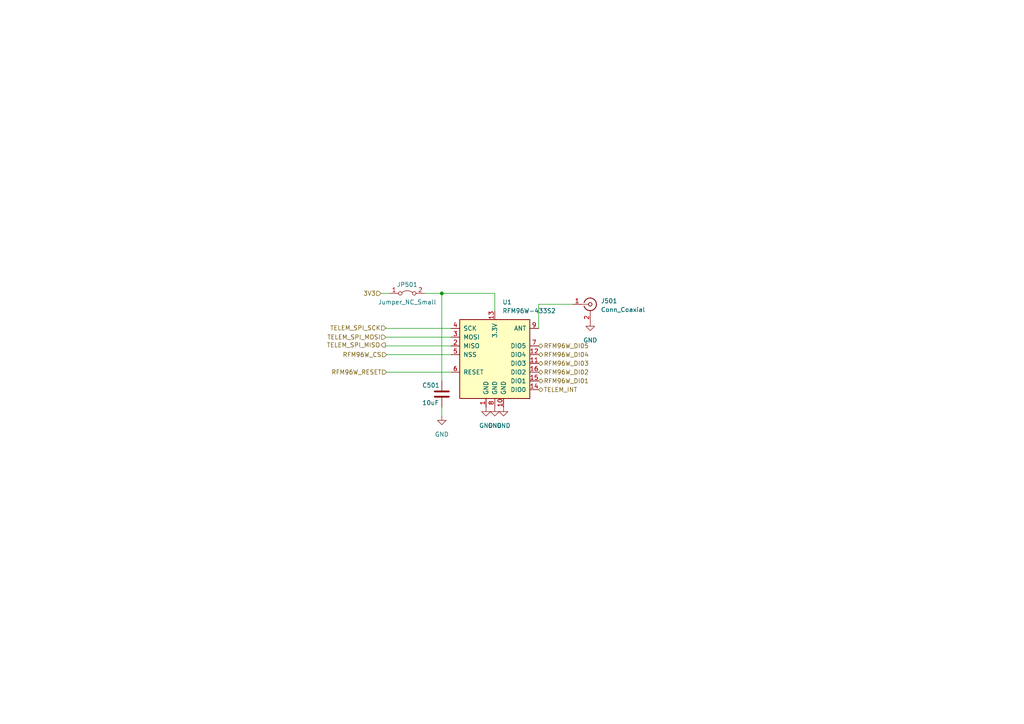
<source format=kicad_sch>
(kicad_sch (version 20230121) (generator eeschema)

  (uuid bf409016-b961-4ead-821b-3cf2a8fab8d5)

  (paper "A4")

  (lib_symbols
    (symbol "Connector:Conn_Coaxial" (pin_names (offset 1.016) hide) (in_bom yes) (on_board yes)
      (property "Reference" "J" (at 0.254 3.048 0)
        (effects (font (size 1.27 1.27)))
      )
      (property "Value" "Conn_Coaxial" (at 2.921 0 90)
        (effects (font (size 1.27 1.27)))
      )
      (property "Footprint" "" (at 0 0 0)
        (effects (font (size 1.27 1.27)) hide)
      )
      (property "Datasheet" " ~" (at 0 0 0)
        (effects (font (size 1.27 1.27)) hide)
      )
      (property "ki_keywords" "BNC SMA SMB SMC LEMO coaxial connector CINCH RCA" (at 0 0 0)
        (effects (font (size 1.27 1.27)) hide)
      )
      (property "ki_description" "coaxial connector (BNC, SMA, SMB, SMC, Cinch/RCA, LEMO, ...)" (at 0 0 0)
        (effects (font (size 1.27 1.27)) hide)
      )
      (property "ki_fp_filters" "*BNC* *SMA* *SMB* *SMC* *Cinch* *LEMO*" (at 0 0 0)
        (effects (font (size 1.27 1.27)) hide)
      )
      (symbol "Conn_Coaxial_0_1"
        (arc (start -1.778 -0.508) (mid 0.2311 -1.8066) (end 1.778 0)
          (stroke (width 0.254) (type default))
          (fill (type none))
        )
        (polyline
          (pts
            (xy -2.54 0)
            (xy -0.508 0)
          )
          (stroke (width 0) (type default))
          (fill (type none))
        )
        (polyline
          (pts
            (xy 0 -2.54)
            (xy 0 -1.778)
          )
          (stroke (width 0) (type default))
          (fill (type none))
        )
        (circle (center 0 0) (radius 0.508)
          (stroke (width 0.2032) (type default))
          (fill (type none))
        )
        (arc (start 1.778 0) (mid 0.2099 1.8101) (end -1.778 0.508)
          (stroke (width 0.254) (type default))
          (fill (type none))
        )
      )
      (symbol "Conn_Coaxial_1_1"
        (pin passive line (at -5.08 0 0) (length 2.54)
          (name "In" (effects (font (size 1.27 1.27))))
          (number "1" (effects (font (size 1.27 1.27))))
        )
        (pin passive line (at 0 -5.08 90) (length 2.54)
          (name "Ext" (effects (font (size 1.27 1.27))))
          (number "2" (effects (font (size 1.27 1.27))))
        )
      )
    )
    (symbol "D24V50F5:C" (pin_numbers hide) (pin_names (offset 0.254)) (in_bom yes) (on_board yes)
      (property "Reference" "C" (at 0.635 2.54 0)
        (effects (font (size 1.27 1.27)) (justify left))
      )
      (property "Value" "C" (at 0.635 -2.54 0)
        (effects (font (size 1.27 1.27)) (justify left))
      )
      (property "Footprint" "" (at 0.9652 -3.81 0)
        (effects (font (size 1.27 1.27)) hide)
      )
      (property "Datasheet" "~" (at 0 0 0)
        (effects (font (size 1.27 1.27)) hide)
      )
      (property "ki_keywords" "cap capacitor" (at 0 0 0)
        (effects (font (size 1.27 1.27)) hide)
      )
      (property "ki_description" "Unpolarized capacitor" (at 0 0 0)
        (effects (font (size 1.27 1.27)) hide)
      )
      (property "ki_fp_filters" "C_*" (at 0 0 0)
        (effects (font (size 1.27 1.27)) hide)
      )
      (symbol "C_0_1"
        (polyline
          (pts
            (xy -2.032 -0.762)
            (xy 2.032 -0.762)
          )
          (stroke (width 0.508) (type default))
          (fill (type none))
        )
        (polyline
          (pts
            (xy -2.032 0.762)
            (xy 2.032 0.762)
          )
          (stroke (width 0.508) (type default))
          (fill (type none))
        )
      )
      (symbol "C_1_1"
        (pin passive line (at 0 3.81 270) (length 2.794)
          (name "~" (effects (font (size 1.27 1.27))))
          (number "1" (effects (font (size 1.27 1.27))))
        )
        (pin passive line (at 0 -3.81 90) (length 2.794)
          (name "~" (effects (font (size 1.27 1.27))))
          (number "2" (effects (font (size 1.27 1.27))))
        )
      )
    )
    (symbol "Jumper:Jumper_2_Bridged" (pin_names (offset 0) hide) (in_bom yes) (on_board yes)
      (property "Reference" "JP" (at 0 1.905 0)
        (effects (font (size 1.27 1.27)))
      )
      (property "Value" "Jumper_2_Bridged" (at 0 -2.54 0)
        (effects (font (size 1.27 1.27)))
      )
      (property "Footprint" "" (at 0 0 0)
        (effects (font (size 1.27 1.27)) hide)
      )
      (property "Datasheet" "~" (at 0 0 0)
        (effects (font (size 1.27 1.27)) hide)
      )
      (property "ki_keywords" "Jumper SPST" (at 0 0 0)
        (effects (font (size 1.27 1.27)) hide)
      )
      (property "ki_description" "Jumper, 2-pole, closed/bridged" (at 0 0 0)
        (effects (font (size 1.27 1.27)) hide)
      )
      (property "ki_fp_filters" "Jumper* TestPoint*2Pads* TestPoint*Bridge*" (at 0 0 0)
        (effects (font (size 1.27 1.27)) hide)
      )
      (symbol "Jumper_2_Bridged_0_0"
        (circle (center -2.032 0) (radius 0.508)
          (stroke (width 0) (type default))
          (fill (type none))
        )
        (circle (center 2.032 0) (radius 0.508)
          (stroke (width 0) (type default))
          (fill (type none))
        )
      )
      (symbol "Jumper_2_Bridged_0_1"
        (arc (start 1.524 0.254) (mid 0 0.762) (end -1.524 0.254)
          (stroke (width 0) (type default))
          (fill (type none))
        )
      )
      (symbol "Jumper_2_Bridged_1_1"
        (pin passive line (at -5.08 0 0) (length 2.54)
          (name "A" (effects (font (size 1.27 1.27))))
          (number "1" (effects (font (size 1.27 1.27))))
        )
        (pin passive line (at 5.08 0 180) (length 2.54)
          (name "B" (effects (font (size 1.27 1.27))))
          (number "2" (effects (font (size 1.27 1.27))))
        )
      )
    )
    (symbol "RF_Module:RFM96W-433S2" (pin_names (offset 1.016)) (in_bom yes) (on_board yes)
      (property "Reference" "U" (at -10.414 11.684 0)
        (effects (font (size 1.27 1.27)) (justify left))
      )
      (property "Value" "RFM96W-433S2" (at 1.524 11.43 0)
        (effects (font (size 1.27 1.27)) (justify left))
      )
      (property "Footprint" "" (at -83.82 41.91 0)
        (effects (font (size 1.27 1.27)) hide)
      )
      (property "Datasheet" "https://www.hoperf.com/data/upload/portal/20181127/5bfcc0ac60235.pdf" (at -83.82 41.91 0)
        (effects (font (size 1.27 1.27)) hide)
      )
      (property "ki_keywords" "Low power long range transceiver module" (at 0 0 0)
        (effects (font (size 1.27 1.27)) hide)
      )
      (property "ki_description" "Low power long range transceiver module, SPI and parallel interface, 433 MHz, spreading factor 6 to12, bandwidth 7.8 to 500kHz, -111 to -148 dBm, SMD-16, DIP-16" (at 0 0 0)
        (effects (font (size 1.27 1.27)) hide)
      )
      (property "ki_fp_filters" "HOPERF*RFM9XW*" (at 0 0 0)
        (effects (font (size 1.27 1.27)) hide)
      )
      (symbol "RFM96W-433S2_0_1"
        (rectangle (start -10.16 10.16) (end 10.16 -12.7)
          (stroke (width 0.254) (type default))
          (fill (type background))
        )
      )
      (symbol "RFM96W-433S2_1_1"
        (pin power_in line (at -2.54 -15.24 90) (length 2.54)
          (name "GND" (effects (font (size 1.27 1.27))))
          (number "1" (effects (font (size 1.27 1.27))))
        )
        (pin power_in line (at 2.54 -15.24 90) (length 2.54)
          (name "GND" (effects (font (size 1.27 1.27))))
          (number "10" (effects (font (size 1.27 1.27))))
        )
        (pin bidirectional line (at 12.7 -2.54 180) (length 2.54)
          (name "DIO3" (effects (font (size 1.27 1.27))))
          (number "11" (effects (font (size 1.27 1.27))))
        )
        (pin bidirectional line (at 12.7 0 180) (length 2.54)
          (name "DIO4" (effects (font (size 1.27 1.27))))
          (number "12" (effects (font (size 1.27 1.27))))
        )
        (pin power_in line (at 0 12.7 270) (length 2.54)
          (name "3.3V" (effects (font (size 1.27 1.27))))
          (number "13" (effects (font (size 1.27 1.27))))
        )
        (pin bidirectional line (at 12.7 -10.16 180) (length 2.54)
          (name "DIO0" (effects (font (size 1.27 1.27))))
          (number "14" (effects (font (size 1.27 1.27))))
        )
        (pin bidirectional line (at 12.7 -7.62 180) (length 2.54)
          (name "DIO1" (effects (font (size 1.27 1.27))))
          (number "15" (effects (font (size 1.27 1.27))))
        )
        (pin bidirectional line (at 12.7 -5.08 180) (length 2.54)
          (name "DIO2" (effects (font (size 1.27 1.27))))
          (number "16" (effects (font (size 1.27 1.27))))
        )
        (pin output line (at -12.7 2.54 0) (length 2.54)
          (name "MISO" (effects (font (size 1.27 1.27))))
          (number "2" (effects (font (size 1.27 1.27))))
        )
        (pin input line (at -12.7 5.08 0) (length 2.54)
          (name "MOSI" (effects (font (size 1.27 1.27))))
          (number "3" (effects (font (size 1.27 1.27))))
        )
        (pin input line (at -12.7 7.62 0) (length 2.54)
          (name "SCK" (effects (font (size 1.27 1.27))))
          (number "4" (effects (font (size 1.27 1.27))))
        )
        (pin input line (at -12.7 0 0) (length 2.54)
          (name "NSS" (effects (font (size 1.27 1.27))))
          (number "5" (effects (font (size 1.27 1.27))))
        )
        (pin bidirectional line (at -12.7 -5.08 0) (length 2.54)
          (name "RESET" (effects (font (size 1.27 1.27))))
          (number "6" (effects (font (size 1.27 1.27))))
        )
        (pin bidirectional line (at 12.7 2.54 180) (length 2.54)
          (name "DIO5" (effects (font (size 1.27 1.27))))
          (number "7" (effects (font (size 1.27 1.27))))
        )
        (pin power_in line (at 0 -15.24 90) (length 2.54)
          (name "GND" (effects (font (size 1.27 1.27))))
          (number "8" (effects (font (size 1.27 1.27))))
        )
        (pin bidirectional line (at 12.7 7.62 180) (length 2.54)
          (name "ANT" (effects (font (size 1.27 1.27))))
          (number "9" (effects (font (size 1.27 1.27))))
        )
      )
    )
    (symbol "power:GND" (power) (pin_names (offset 0)) (in_bom yes) (on_board yes)
      (property "Reference" "#PWR" (at 0 -6.35 0)
        (effects (font (size 1.27 1.27)) hide)
      )
      (property "Value" "GND" (at 0 -3.81 0)
        (effects (font (size 1.27 1.27)))
      )
      (property "Footprint" "" (at 0 0 0)
        (effects (font (size 1.27 1.27)) hide)
      )
      (property "Datasheet" "" (at 0 0 0)
        (effects (font (size 1.27 1.27)) hide)
      )
      (property "ki_keywords" "global power" (at 0 0 0)
        (effects (font (size 1.27 1.27)) hide)
      )
      (property "ki_description" "Power symbol creates a global label with name \"GND\" , ground" (at 0 0 0)
        (effects (font (size 1.27 1.27)) hide)
      )
      (symbol "GND_0_1"
        (polyline
          (pts
            (xy 0 0)
            (xy 0 -1.27)
            (xy 1.27 -1.27)
            (xy 0 -2.54)
            (xy -1.27 -1.27)
            (xy 0 -1.27)
          )
          (stroke (width 0) (type default))
          (fill (type none))
        )
      )
      (symbol "GND_1_1"
        (pin power_in line (at 0 0 270) (length 0) hide
          (name "GND" (effects (font (size 1.27 1.27))))
          (number "1" (effects (font (size 1.27 1.27))))
        )
      )
    )
  )

  (junction (at 128.143 85.09) (diameter 0) (color 0 0 0 0)
    (uuid 307918b2-b544-473c-b08c-32d4db10a80c)
  )

  (wire (pts (xy 128.143 85.09) (xy 128.143 110.49))
    (stroke (width 0) (type default))
    (uuid 12b347b7-f57e-4dd2-824b-8f9c784ddf97)
  )
  (wire (pts (xy 111.887 95.123) (xy 111.887 95.25))
    (stroke (width 0) (type default))
    (uuid 286764d2-aae4-48fa-b02e-4b86833e26af)
  )
  (wire (pts (xy 112.141 107.95) (xy 130.81 107.95))
    (stroke (width 0) (type default))
    (uuid 31c451e8-5967-4994-8152-cdbb6568dc9e)
  )
  (wire (pts (xy 110.49 85.09) (xy 113.03 85.09))
    (stroke (width 0) (type default))
    (uuid 532ebea7-db39-4acc-9f69-178b7cb60659)
  )
  (wire (pts (xy 156.21 88.265) (xy 156.21 95.25))
    (stroke (width 0) (type default))
    (uuid 54a9e26e-1827-49a9-92f4-cccb02a63feb)
  )
  (wire (pts (xy 156.21 88.265) (xy 166.116 88.265))
    (stroke (width 0) (type default))
    (uuid 59af4682-18ef-4aa8-ae91-d3723e4df570)
  )
  (wire (pts (xy 143.51 85.09) (xy 143.51 90.17))
    (stroke (width 0) (type default))
    (uuid 5ceb5b43-0ef4-4b9b-bc73-74a6bdbee871)
  )
  (wire (pts (xy 111.887 97.79) (xy 130.81 97.79))
    (stroke (width 0) (type default))
    (uuid 72d71437-d531-4cd4-a4d4-b9d9c21a5c73)
  )
  (wire (pts (xy 130.81 100.33) (xy 111.76 100.33))
    (stroke (width 0) (type default))
    (uuid 7563be66-8c5a-46f2-9a14-c9268361d6fc)
  )
  (wire (pts (xy 111.76 100.33) (xy 111.76 100.076))
    (stroke (width 0) (type default))
    (uuid 769d96e9-b58c-4248-a908-3639c3abd6e3)
  )
  (wire (pts (xy 112.141 102.87) (xy 130.81 102.87))
    (stroke (width 0) (type default))
    (uuid 813e60af-ff74-4c1a-ab7e-4e274a9e2e40)
  )
  (wire (pts (xy 128.143 85.09) (xy 143.51 85.09))
    (stroke (width 0) (type default))
    (uuid 97511eef-6290-494d-9ac7-83ecedbea1f6)
  )
  (wire (pts (xy 128.143 118.11) (xy 128.143 120.65))
    (stroke (width 0) (type default))
    (uuid b12d1844-f8ae-4180-8f73-c9293487d435)
  )
  (wire (pts (xy 130.81 95.25) (xy 111.887 95.25))
    (stroke (width 0) (type default))
    (uuid e41584e7-dd2c-47af-8c9c-484f840c89b6)
  )
  (wire (pts (xy 123.19 85.09) (xy 128.143 85.09))
    (stroke (width 0) (type default))
    (uuid e6e17191-ff7a-42be-9483-f91997552dc2)
  )

  (hierarchical_label "TELEM_SPI_SCK" (shape input) (at 111.887 95.123 180) (fields_autoplaced)
    (effects (font (size 1.27 1.27)) (justify right))
    (uuid 1099c0b5-9b2a-4373-844d-3e1dcbe258b3)
  )
  (hierarchical_label "TELEM_INT" (shape bidirectional) (at 156.21 113.03 0) (fields_autoplaced)
    (effects (font (size 1.27 1.27)) (justify left))
    (uuid 17d52b4f-19fa-476e-bc0a-21178a946223)
  )
  (hierarchical_label "TELEM_SPI_MOSI" (shape input) (at 111.887 97.79 180) (fields_autoplaced)
    (effects (font (size 1.27 1.27)) (justify right))
    (uuid 46430363-8cf8-4f90-b072-5a7ccf050e23)
  )
  (hierarchical_label "RFM96W_DI01" (shape bidirectional) (at 156.21 110.49 0) (fields_autoplaced)
    (effects (font (size 1.27 1.27)) (justify left))
    (uuid 49a9f033-4a30-4e9d-aa4d-337457c8b976)
  )
  (hierarchical_label "3V3" (shape input) (at 110.49 85.09 180) (fields_autoplaced)
    (effects (font (size 1.27 1.27)) (justify right))
    (uuid 51c63a22-8f0f-4e92-8db5-57ec17e0bbdc)
  )
  (hierarchical_label "TELEM_SPI_MISO" (shape output) (at 111.76 100.076 180) (fields_autoplaced)
    (effects (font (size 1.27 1.27)) (justify right))
    (uuid 5eb90d3d-224d-4baf-8216-4de63b0ad8d6)
  )
  (hierarchical_label "RFM96W_RESET" (shape input) (at 112.141 107.95 180) (fields_autoplaced)
    (effects (font (size 1.27 1.27)) (justify right))
    (uuid 663525b1-398c-40d9-b740-f01a0c98a66f)
  )
  (hierarchical_label "RFM96W_DI03" (shape bidirectional) (at 156.21 105.41 0) (fields_autoplaced)
    (effects (font (size 1.27 1.27)) (justify left))
    (uuid 8b157578-08b7-433f-aa4d-8a75397647ca)
  )
  (hierarchical_label "RFM96W_DI05" (shape bidirectional) (at 156.21 100.33 0) (fields_autoplaced)
    (effects (font (size 1.27 1.27)) (justify left))
    (uuid 8c89dd59-05cd-4fa7-8247-e77879bbca93)
  )
  (hierarchical_label "RFM96W_CS" (shape input) (at 112.141 102.87 180) (fields_autoplaced)
    (effects (font (size 1.27 1.27)) (justify right))
    (uuid a524ba70-a119-4139-a0a2-3b31b39cd419)
  )
  (hierarchical_label "RFM96W_DI02" (shape bidirectional) (at 156.21 107.95 0) (fields_autoplaced)
    (effects (font (size 1.27 1.27)) (justify left))
    (uuid c2594438-82d7-4e27-9f01-206defb524fd)
  )
  (hierarchical_label "RFM96W_DI04" (shape bidirectional) (at 156.21 102.87 0) (fields_autoplaced)
    (effects (font (size 1.27 1.27)) (justify left))
    (uuid d9f14a41-1651-474a-b653-bd69903aa73d)
  )

  (symbol (lib_id "RF_Module:RFM96W-433S2") (at 143.51 102.87 0) (unit 1)
    (in_bom yes) (on_board yes) (dnp no) (fields_autoplaced)
    (uuid 40029303-065c-4442-8499-a4c4e63b284b)
    (property "Reference" "U1" (at 145.7041 87.63 0)
      (effects (font (size 1.27 1.27)) (justify left))
    )
    (property "Value" "RFM96W-433S2" (at 145.7041 90.17 0)
      (effects (font (size 1.27 1.27)) (justify left))
    )
    (property "Footprint" "RF_Module:HOPERF_RFM9XW_SMD" (at 59.69 60.96 0)
      (effects (font (size 1.27 1.27)) hide)
    )
    (property "Datasheet" "https://www.hoperf.com/data/upload/portal/20181127/5bfcc0ac60235.pdf" (at 59.69 60.96 0)
      (effects (font (size 1.27 1.27)) hide)
    )
    (pin "1" (uuid e2d1b8d2-ef2e-4ab8-a9f0-3f0c83ff41eb))
    (pin "10" (uuid 134f8948-37c4-43a2-a99b-9d11f467552b))
    (pin "11" (uuid 10cd17ba-61fb-473c-bba4-2f263609711b))
    (pin "12" (uuid 5c2ef5a1-c713-41b4-8139-f0e64a994efe))
    (pin "13" (uuid c844e396-ab1f-4945-b81f-eabd8c398cd0))
    (pin "14" (uuid b02188f5-3d18-406b-a818-e6f657006c7c))
    (pin "15" (uuid 60c3d540-d3bf-40c8-bfe7-615d9edf5196))
    (pin "16" (uuid 8df603ef-2251-469b-ab87-4a1615071c5a))
    (pin "2" (uuid af7fa1b1-105f-46ff-ae82-3c8b9433285d))
    (pin "3" (uuid fc0958ca-cdee-4863-9a93-cfae79cca4e1))
    (pin "4" (uuid 9d78d9f0-dab3-4e74-9b8f-946235b25b6b))
    (pin "5" (uuid 1b001ed5-10c4-408d-b812-d2d6662ff548))
    (pin "6" (uuid c0275488-3b7f-4560-add4-fdca7ef522af))
    (pin "7" (uuid d97eee03-5a0c-4721-925c-38854f5e018c))
    (pin "8" (uuid cf69f2b1-e246-4801-9097-41f531909901))
    (pin "9" (uuid ebbfc13b-4933-4fc1-8427-763661a9ae05))
    (instances
      (project "MIDAS-MK1"
        (path "/6007cf46-4651-4a02-8f98-d5846f3575c7/1f8badf0-4271-4f49-9799-d79e3356c3ac"
          (reference "U1") (unit 1)
        )
        (path "/6007cf46-4651-4a02-8f98-d5846f3575c7/1f8badf0-4271-4f49-9799-d79e3356c3ac/45e0d08b-daa0-4f1f-9213-38b0addbbbb0"
          (reference "U2") (unit 1)
        )
      )
    )
  )

  (symbol (lib_id "power:GND") (at 128.143 120.65 0) (unit 1)
    (in_bom yes) (on_board yes) (dnp no) (fields_autoplaced)
    (uuid 4e424286-1a70-4bf4-9903-f2e0250f65af)
    (property "Reference" "#PWR0505" (at 128.143 127 0)
      (effects (font (size 1.27 1.27)) hide)
    )
    (property "Value" "GND" (at 128.143 125.984 0)
      (effects (font (size 1.27 1.27)))
    )
    (property "Footprint" "" (at 128.143 120.65 0)
      (effects (font (size 1.27 1.27)) hide)
    )
    (property "Datasheet" "" (at 128.143 120.65 0)
      (effects (font (size 1.27 1.27)) hide)
    )
    (pin "1" (uuid db62769e-3b02-4015-b7da-8a63a70448d9))
    (instances
      (project "MIDAS-MK1"
        (path "/6007cf46-4651-4a02-8f98-d5846f3575c7/1f8badf0-4271-4f49-9799-d79e3356c3ac/45e0d08b-daa0-4f1f-9213-38b0addbbbb0"
          (reference "#PWR0505") (unit 1)
        )
      )
    )
  )

  (symbol (lib_id "power:GND") (at 171.196 93.345 0) (unit 1)
    (in_bom yes) (on_board yes) (dnp no) (fields_autoplaced)
    (uuid 5bfae3c8-c2eb-4e64-add3-d4325e71d198)
    (property "Reference" "#PWR0504" (at 171.196 99.695 0)
      (effects (font (size 1.27 1.27)) hide)
    )
    (property "Value" "GND" (at 171.196 98.679 0)
      (effects (font (size 1.27 1.27)))
    )
    (property "Footprint" "" (at 171.196 93.345 0)
      (effects (font (size 1.27 1.27)) hide)
    )
    (property "Datasheet" "" (at 171.196 93.345 0)
      (effects (font (size 1.27 1.27)) hide)
    )
    (pin "1" (uuid a41e6118-d240-4e8d-a383-2b9f059ddfe4))
    (instances
      (project "MIDAS-MK1"
        (path "/6007cf46-4651-4a02-8f98-d5846f3575c7/1f8badf0-4271-4f49-9799-d79e3356c3ac/45e0d08b-daa0-4f1f-9213-38b0addbbbb0"
          (reference "#PWR0504") (unit 1)
        )
      )
    )
  )

  (symbol (lib_id "Jumper:Jumper_2_Bridged") (at 118.11 85.09 0) (unit 1)
    (in_bom yes) (on_board yes) (dnp no)
    (uuid 88fdf01d-9ad4-4366-8f7c-ecd5ca983042)
    (property "Reference" "JP501" (at 118.11 82.55 0)
      (effects (font (size 1.27 1.27)))
    )
    (property "Value" "Jumper_NC_Small" (at 118.11 87.63 0)
      (effects (font (size 1.27 1.27)))
    )
    (property "Footprint" "Jumper:SolderJumper-2_P1.3mm_Bridged_RoundedPad1.0x1.5mm" (at 118.11 85.09 0)
      (effects (font (size 1.27 1.27)) hide)
    )
    (property "Datasheet" "~" (at 118.11 85.09 0)
      (effects (font (size 1.27 1.27)) hide)
    )
    (pin "1" (uuid 32123513-6753-4b8f-a40d-a8a0ac0c6d88))
    (pin "2" (uuid 7871fcd1-c04c-452c-b11f-e3b4ea02eed8))
    (instances
      (project "MIDAS-MK1"
        (path "/6007cf46-4651-4a02-8f98-d5846f3575c7/1f8badf0-4271-4f49-9799-d79e3356c3ac/45e0d08b-daa0-4f1f-9213-38b0addbbbb0"
          (reference "JP501") (unit 1)
        )
      )
      (project "TARS-MK4-TELEM"
        (path "/e63e39d7-6ac0-4ffd-8aa3-1841a4541b55"
          (reference "JP106") (unit 1)
        )
      )
    )
  )

  (symbol (lib_id "D24V50F5:C") (at 128.143 114.3 0) (unit 1)
    (in_bom yes) (on_board yes) (dnp no)
    (uuid 950d6706-3e1a-468c-b4b8-33a8803a1fe2)
    (property "Reference" "C501" (at 122.428 111.76 0)
      (effects (font (size 1.27 1.27)) (justify left))
    )
    (property "Value" "10uF" (at 122.428 116.84 0)
      (effects (font (size 1.27 1.27)) (justify left))
    )
    (property "Footprint" "Capacitor_SMD:C_0805_2012Metric" (at 129.1082 118.11 0)
      (effects (font (size 1.27 1.27)) hide)
    )
    (property "Datasheet" "~" (at 128.143 114.3 0)
      (effects (font (size 1.27 1.27)) hide)
    )
    (pin "1" (uuid eabb2b9b-db6d-49f2-8870-b72326e438a8))
    (pin "2" (uuid 3c597e4f-0e62-4026-8c80-b9b1bcc413c1))
    (instances
      (project "MIDAS-MK1"
        (path "/6007cf46-4651-4a02-8f98-d5846f3575c7/1f8badf0-4271-4f49-9799-d79e3356c3ac/45e0d08b-daa0-4f1f-9213-38b0addbbbb0"
          (reference "C501") (unit 1)
        )
      )
      (project "TARS-MK4-TELEM"
        (path "/e63e39d7-6ac0-4ffd-8aa3-1841a4541b55"
          (reference "C101") (unit 1)
        )
      )
    )
  )

  (symbol (lib_id "power:GND") (at 140.97 118.11 0) (unit 1)
    (in_bom yes) (on_board yes) (dnp no) (fields_autoplaced)
    (uuid a092b544-43fb-45b3-8838-580f63d2ab14)
    (property "Reference" "#PWR0503" (at 140.97 124.46 0)
      (effects (font (size 1.27 1.27)) hide)
    )
    (property "Value" "GND" (at 140.97 123.444 0)
      (effects (font (size 1.27 1.27)))
    )
    (property "Footprint" "" (at 140.97 118.11 0)
      (effects (font (size 1.27 1.27)) hide)
    )
    (property "Datasheet" "" (at 140.97 118.11 0)
      (effects (font (size 1.27 1.27)) hide)
    )
    (pin "1" (uuid a34b0d4c-276f-4589-aafa-9afe66e35e9a))
    (instances
      (project "MIDAS-MK1"
        (path "/6007cf46-4651-4a02-8f98-d5846f3575c7/1f8badf0-4271-4f49-9799-d79e3356c3ac/45e0d08b-daa0-4f1f-9213-38b0addbbbb0"
          (reference "#PWR0503") (unit 1)
        )
      )
    )
  )

  (symbol (lib_id "power:GND") (at 146.05 118.11 0) (unit 1)
    (in_bom yes) (on_board yes) (dnp no) (fields_autoplaced)
    (uuid c3fd1a47-a627-44ab-9361-21f69af31b81)
    (property "Reference" "#PWR0501" (at 146.05 124.46 0)
      (effects (font (size 1.27 1.27)) hide)
    )
    (property "Value" "GND" (at 146.05 123.444 0)
      (effects (font (size 1.27 1.27)))
    )
    (property "Footprint" "" (at 146.05 118.11 0)
      (effects (font (size 1.27 1.27)) hide)
    )
    (property "Datasheet" "" (at 146.05 118.11 0)
      (effects (font (size 1.27 1.27)) hide)
    )
    (pin "1" (uuid 80bbf286-2e89-4402-83c1-d8e7195df473))
    (instances
      (project "MIDAS-MK1"
        (path "/6007cf46-4651-4a02-8f98-d5846f3575c7/1f8badf0-4271-4f49-9799-d79e3356c3ac/45e0d08b-daa0-4f1f-9213-38b0addbbbb0"
          (reference "#PWR0501") (unit 1)
        )
      )
    )
  )

  (symbol (lib_id "power:GND") (at 143.51 118.11 0) (unit 1)
    (in_bom yes) (on_board yes) (dnp no) (fields_autoplaced)
    (uuid dd72bfa3-5bfc-4db6-b384-99fb2735c664)
    (property "Reference" "#PWR0502" (at 143.51 124.46 0)
      (effects (font (size 1.27 1.27)) hide)
    )
    (property "Value" "GND" (at 143.51 123.444 0)
      (effects (font (size 1.27 1.27)))
    )
    (property "Footprint" "" (at 143.51 118.11 0)
      (effects (font (size 1.27 1.27)) hide)
    )
    (property "Datasheet" "" (at 143.51 118.11 0)
      (effects (font (size 1.27 1.27)) hide)
    )
    (pin "1" (uuid f9c60d52-9b41-43c3-ab75-1c74c5df169b))
    (instances
      (project "MIDAS-MK1"
        (path "/6007cf46-4651-4a02-8f98-d5846f3575c7/1f8badf0-4271-4f49-9799-d79e3356c3ac/45e0d08b-daa0-4f1f-9213-38b0addbbbb0"
          (reference "#PWR0502") (unit 1)
        )
      )
    )
  )

  (symbol (lib_id "Connector:Conn_Coaxial") (at 171.196 88.265 0) (unit 1)
    (in_bom yes) (on_board yes) (dnp no) (fields_autoplaced)
    (uuid fc63b1da-38a3-4107-87f2-d28f246edbc2)
    (property "Reference" "J501" (at 174.244 87.2882 0)
      (effects (font (size 1.27 1.27)) (justify left))
    )
    (property "Value" "Conn_Coaxial" (at 174.244 89.8282 0)
      (effects (font (size 1.27 1.27)) (justify left))
    )
    (property "Footprint" "" (at 171.196 88.265 0)
      (effects (font (size 1.27 1.27)) hide)
    )
    (property "Datasheet" " ~" (at 171.196 88.265 0)
      (effects (font (size 1.27 1.27)) hide)
    )
    (pin "1" (uuid 1df60ebc-718a-470e-b97e-b15022cdde09))
    (pin "2" (uuid f34e9ddd-cf5d-445b-9048-e82214fa88b5))
    (instances
      (project "MIDAS-MK1"
        (path "/6007cf46-4651-4a02-8f98-d5846f3575c7/1f8badf0-4271-4f49-9799-d79e3356c3ac/45e0d08b-daa0-4f1f-9213-38b0addbbbb0"
          (reference "J501") (unit 1)
        )
      )
    )
  )
)

</source>
